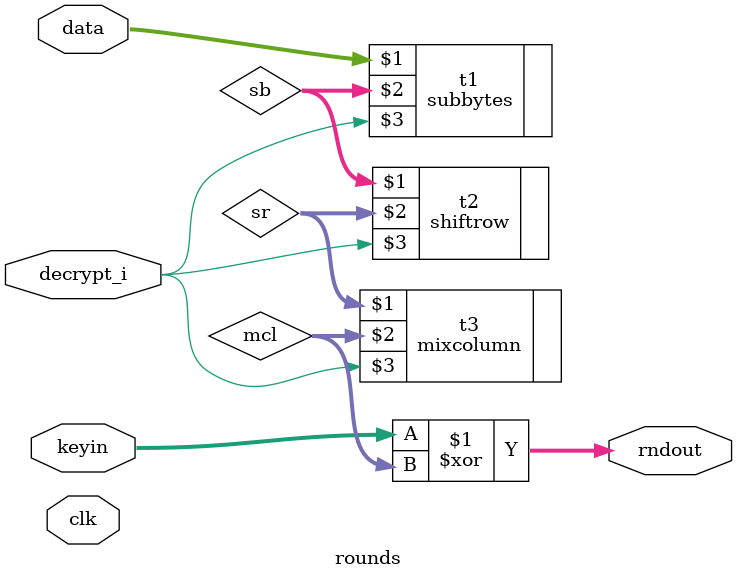
<source format=v>
`timescale 10ns / 1ps

module rounds(clk,decrypt_i,data,keyin,rndout);
input clk;
input decrypt_i;
input [127:0]data;
input [127:0]keyin;
//wire [127:0]keyout;
output [127:0]rndout;

wire [127:0] sb,sr,mcl;

//KeyGeneration t0(rc,keyin,keyout);
subbytes t1(data,sb,decrypt_i);
shiftrow t2(sb,sr,decrypt_i);
mixcolumn t3(sr,mcl,decrypt_i);
assign rndout= keyin^mcl;

endmodule

</source>
